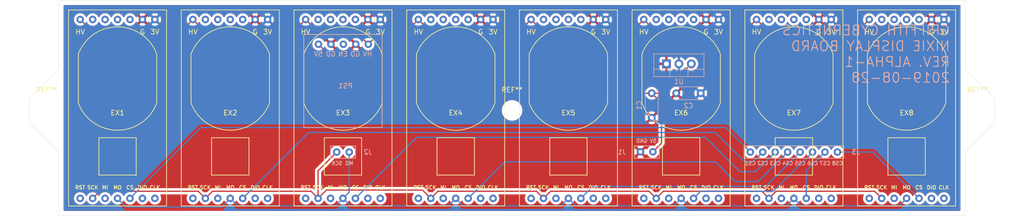
<source format=kicad_pcb>
(kicad_pcb (version 20171130) (host pcbnew "(5.1.2-1)-1")
  (layers (0 F.Cu signal) (31 B.Cu signal) (34 B.Paste user) (35 F.Paste user) (36 B.SilkS user) (37 F.SilkS user) (38 B.Mask user) (39 F.Mask user) (44 Edge.Cuts user))
  (net 0 "")
  (net 1 "Net-(C1-Pad1)")
  (net 2 "Net-(C1-Pad2)")
  (net 3 "Net-(C2-Pad2)")
  (net 4 "Net-(EX1-Pad5)")
  (net 5 "Net-(EX1-Pad2)")
  (net 6 "Net-(EX1-Pad10)")
  (net 7 "Net-(EX2-Pad5)")
  (net 8 "Net-(EX3-Pad5)")
  (net 9 "Net-(EX4-Pad5)")
  (net 10 "Net-(EX5-Pad5)")
  (net 11 "Net-(EX6-Pad5)")
  (net 12 "Net-(EX7-Pad5)")
  (net 13 "Net-(EX8-Pad5)")
  (net 14 "Net-(EX1-Pad4)")
  (module nixie_display_board:exixe-12-board (layer F.Cu) (at 64 106)
    (fp_text reference EX1 (at 0 0) (layer F.SilkS))
    (fp_text value EXIXE-12)
    (fp_line (start -10 -21) (end -10 19) (layer F.SilkS) (width 0.15))
    (fp_line (start 10 -21) (end -10 -21) (layer F.SilkS) (width 0.15))
    (fp_line (start 10 19) (end 10 -21) (layer F.SilkS) (width 0.15))
    (fp_line (start -10 19) (end 10 19) (layer F.SilkS) (width 0.15))
    (fp_line (start 7.999999 -2) (end 7.999999 -12) (layer F.SilkS) (width 0.15))
    (fp_line (start -7.999999 -2.000001) (end -7.999999 -11.999999) (layer F.SilkS) (width 0.15))
    (fp_arc (start 0 -9) (end -7.999999 -11.999999) (angle 138.8879096) (layer F.SilkS) (width 0.15))
    (fp_arc (start 0 -5) (end -7.999999 -2.000001) (angle -138.8879096) (layer F.SilkS) (width 0.15))
    (fp_line (start 3.81 12.7) (end -3.81 12.7) (layer F.SilkS) (width 0.15))
    (fp_line (start 3.81 5.08) (end 3.81 12.7) (layer F.SilkS) (width 0.15))
    (fp_line (start -3.81 5.08) (end 3.81 5.08) (layer F.SilkS) (width 0.15))
    (fp_line (start -3.81 12.7) (end -3.81 5.08) (layer F.SilkS) (width 0.15))
    (fp_text user CLK (at 7.62 15.24) (layer F.SilkS) (effects (font (size 0.75 0.75))))
    (fp_text user DIO (at 5.08 15.24) (layer F.SilkS) (effects (font (size 0.75 0.75))))
    (fp_text user CS (at 2.54 15.24) (layer F.SilkS) (effects (font (size 0.75 0.75))))
    (fp_text user MO (at 0 15.24) (layer F.SilkS) (effects (font (size 0.75 0.75))))
    (fp_text user MI (at -2.54 15.24) (layer F.SilkS) (effects (font (size 0.75 0.75))))
    (fp_text user SCK (at -5.08 15.24) (layer F.SilkS) (effects (font (size 0.75 0.75))))
    (fp_text user RST (at -7.62 15.24) (layer F.SilkS) (effects (font (size 0.75 0.75))))
    (fp_text user 3V (at 7.62 -16.51) (layer F.SilkS))
    (fp_text user G (at 5.08 -16.51) (layer F.SilkS))
    (fp_text user HV (at -7.62 -16.51) (layer F.SilkS))
    (pad 10 thru_hole circle (at -7.62 -19.05) (size 1.524 1.524) (drill 0.762) (layers *.Cu *.Mask) (net 6 "Net-(EX1-Pad10)"))
    (pad "" thru_hole circle (at -5.08 -19.05) (size 1.524 1.524) (drill 0.762) (layers *.Cu *.Mask))
    (pad "" thru_hole circle (at -2.54 -19.05) (size 1.524 1.524) (drill 0.762) (layers *.Cu *.Mask))
    (pad "" thru_hole circle (at 0 -19.05) (size 1.524 1.524) (drill 0.762) (layers *.Cu *.Mask))
    (pad "" thru_hole circle (at 2.54 -19.05) (size 1.524 1.524) (drill 0.762) (layers *.Cu *.Mask))
    (pad 9 thru_hole circle (at 5.08 -19.05) (size 1.524 1.524) (drill 0.762) (layers *.Cu *.Mask) (net 2 "Net-(C1-Pad2)"))
    (pad 8 thru_hole circle (at 7.62 -19.05) (size 1.524 1.524) (drill 0.762) (layers *.Cu *.Mask) (net 3 "Net-(C2-Pad2)"))
    (pad 1 thru_hole circle (at -7.62 17.45) (size 1.524 1.524) (drill 0.762) (layers *.Cu *.Mask))
    (pad 2 thru_hole circle (at -5.08 17.45) (size 1.524 1.524) (drill 0.762) (layers *.Cu *.Mask) (net 5 "Net-(EX1-Pad2)"))
    (pad 3 thru_hole circle (at -2.54 17.45) (size 1.524 1.524) (drill 0.762) (layers *.Cu *.Mask))
    (pad 4 thru_hole circle (at 0 17.45) (size 1.524 1.524) (drill 0.762) (layers *.Cu *.Mask) (net 14 "Net-(EX1-Pad4)"))
    (pad 5 thru_hole circle (at 2.54 17.45) (size 1.524 1.524) (drill 0.762) (layers *.Cu *.Mask) (net 4 "Net-(EX1-Pad5)"))
    (pad 6 thru_hole circle (at 5.08 17.45) (size 1.524 1.524) (drill 0.762) (layers *.Cu *.Mask))
    (pad 7 thru_hole circle (at 7.62 17.45) (size 1.524 1.524) (drill 0.762) (layers *.Cu *.Mask))
  )
  (module Mounting_Holes:MountingHole_3.2mm_M3 (layer F.Cu) (at 144.5 105.5)
    (fp_text reference REF** (at 0 -4.2) (layer F.SilkS))
    (fp_text value MountingHole_3.2mm_M3)
    (pad 1 np_thru_hole circle (at 0 0) (size 3.2 3.2) (drill 3.2) (layers *.Cu *.Mask))
  )
  (module Mounting_Holes:MountingHole_3.2mm_M3 (layer F.Cu) (at 49.5 105.5)
    (fp_text reference REF** (at 0 -4.2) (layer F.SilkS))
    (fp_text value MountingHole_3.2mm_M3)
    (pad 1 np_thru_hole circle (at 0 0) (size 3.2 3.2) (drill 3.2) (layers *.Cu *.Mask))
  )
  (module Mounting_Holes:MountingHole_3.2mm_M3 (layer F.Cu) (at 239.5 105.5)
    (fp_text reference REF** (at 0 -4.2) (layer F.SilkS))
    (fp_text value MountingHole_3.2mm_M3)
    (pad 1 np_thru_hole circle (at 0 0) (size 3.2 3.2) (drill 3.2) (layers *.Cu *.Mask))
  )
  (module nixie_display_board:sck-mosi-connector (layer B.Cu) (at 110 114)
    (fp_text reference J2 (at 5.08 0) (layer B.SilkS) (effects (justify mirror)))
    (fp_text value SCK-MOSI-CONNECTOR)
    (fp_text user MO (at 1.27 2.286) (layer B.SilkS) (effects (font (size 0.75 0.75)) (justify mirror)))
    (fp_text user SCK (at -1.27 2.286) (layer B.SilkS) (effects (font (size 0.75 0.75)) (justify mirror)))
    (fp_line (start -2.54 1.27) (end -2.54 -1.27) (layer B.SilkS) (width 0.15))
    (fp_line (start 2.54 1.27) (end -2.54 1.27) (layer B.SilkS) (width 0.15))
    (fp_line (start 2.54 -1.27) (end 2.54 1.27) (layer B.SilkS) (width 0.15))
    (fp_line (start -2.54 -1.27) (end 2.54 -1.27) (layer B.SilkS) (width 0.15))
    (pad 2 thru_hole circle (at 1.27 0) (size 1.524 1.524) (drill 0.762) (layers *.Cu *.Mask) (net 14 "Net-(EX1-Pad4)"))
    (pad 1 thru_hole circle (at -1.27 0) (size 1.524 1.524) (drill 0.762) (layers *.Cu *.Mask) (net 5 "Net-(EX1-Pad2)"))
  )
  (module Capacitors_THT:C_Disc_D6.0mm_W2.5mm_P5.00mm (layer B.Cu) (at 173 102 270)
    (fp_text reference C1 (at 2.5 2.56 90) (layer B.SilkS) (effects (justify mirror)))
    (fp_text value C)
    (fp_line (start -0.56 1.31) (end 5.56 1.31) (layer B.SilkS) (width 0.12))
    (fp_line (start -0.56 -1.31) (end 5.56 -1.31) (layer B.SilkS) (width 0.12))
    (fp_line (start -0.56 1.31) (end -0.56 0.996) (layer B.SilkS) (width 0.12))
    (fp_line (start -0.56 -0.996) (end -0.56 -1.31) (layer B.SilkS) (width 0.12))
    (fp_line (start 5.56 1.31) (end 5.56 0.996) (layer B.SilkS) (width 0.12))
    (fp_line (start 5.56 -0.996) (end 5.56 -1.31) (layer B.SilkS) (width 0.12))
    (pad 1 thru_hole circle (at 0 0 270) (size 1.6 1.6) (drill 0.8) (layers *.Cu *.Mask) (net 1 "Net-(C1-Pad1)"))
    (pad 2 thru_hole circle (at 5 0 270) (size 1.6 1.6) (drill 0.8) (layers *.Cu *.Mask) (net 2 "Net-(C1-Pad2)"))
  )
  (module Capacitors_THT:C_Disc_D6.0mm_W2.5mm_P5.00mm (layer B.Cu) (at 178 102)
    (fp_text reference C2 (at 2.5 2.56) (layer B.SilkS) (effects (justify mirror)))
    (fp_text value C)
    (fp_line (start -0.56 1.31) (end 5.56 1.31) (layer B.SilkS) (width 0.12))
    (fp_line (start -0.56 -1.31) (end 5.56 -1.31) (layer B.SilkS) (width 0.12))
    (fp_line (start -0.56 1.31) (end -0.56 0.996) (layer B.SilkS) (width 0.12))
    (fp_line (start -0.56 -0.996) (end -0.56 -1.31) (layer B.SilkS) (width 0.12))
    (fp_line (start 5.56 1.31) (end 5.56 0.996) (layer B.SilkS) (width 0.12))
    (fp_line (start 5.56 -0.996) (end 5.56 -1.31) (layer B.SilkS) (width 0.12))
    (pad 1 thru_hole circle (at 0 0) (size 1.6 1.6) (drill 0.8) (layers *.Cu *.Mask) (net 2 "Net-(C1-Pad2)"))
    (pad 2 thru_hole circle (at 5 0) (size 1.6 1.6) (drill 0.8) (layers *.Cu *.Mask) (net 3 "Net-(C2-Pad2)"))
  )
  (module nixie_display_board:exixe-12-board (layer F.Cu) (at 87 106)
    (fp_text reference EX2 (at 0 0) (layer F.SilkS))
    (fp_text value EXIXE-12)
    (fp_line (start -10 -21) (end -10 19) (layer F.SilkS) (width 0.15))
    (fp_line (start 10 -21) (end -10 -21) (layer F.SilkS) (width 0.15))
    (fp_line (start 10 19) (end 10 -21) (layer F.SilkS) (width 0.15))
    (fp_line (start -10 19) (end 10 19) (layer F.SilkS) (width 0.15))
    (fp_line (start 7.999999 -2) (end 7.999999 -12) (layer F.SilkS) (width 0.15))
    (fp_line (start -7.999999 -2.000001) (end -7.999999 -11.999999) (layer F.SilkS) (width 0.15))
    (fp_arc (start 0 -9) (end -7.999999 -11.999999) (angle 138.8879096) (layer F.SilkS) (width 0.15))
    (fp_arc (start 0 -5) (end -7.999999 -2.000001) (angle -138.8879096) (layer F.SilkS) (width 0.15))
    (fp_line (start 3.81 12.7) (end -3.81 12.7) (layer F.SilkS) (width 0.15))
    (fp_line (start 3.81 5.08) (end 3.81 12.7) (layer F.SilkS) (width 0.15))
    (fp_line (start -3.81 5.08) (end 3.81 5.08) (layer F.SilkS) (width 0.15))
    (fp_line (start -3.81 12.7) (end -3.81 5.08) (layer F.SilkS) (width 0.15))
    (fp_text user CLK (at 7.62 15.24) (layer F.SilkS) (effects (font (size 0.75 0.75))))
    (fp_text user DIO (at 5.08 15.24) (layer F.SilkS) (effects (font (size 0.75 0.75))))
    (fp_text user CS (at 2.54 15.24) (layer F.SilkS) (effects (font (size 0.75 0.75))))
    (fp_text user MO (at 0 15.24) (layer F.SilkS) (effects (font (size 0.75 0.75))))
    (fp_text user MI (at -2.54 15.24) (layer F.SilkS) (effects (font (size 0.75 0.75))))
    (fp_text user SCK (at -5.08 15.24) (layer F.SilkS) (effects (font (size 0.75 0.75))))
    (fp_text user RST (at -7.62 15.24) (layer F.SilkS) (effects (font (size 0.75 0.75))))
    (fp_text user 3V (at 7.62 -16.51) (layer F.SilkS))
    (fp_text user G (at 5.08 -16.51) (layer F.SilkS))
    (fp_text user HV (at -7.62 -16.51) (layer F.SilkS))
    (pad 10 thru_hole circle (at -7.62 -19.05) (size 1.524 1.524) (drill 0.762) (layers *.Cu *.Mask) (net 6 "Net-(EX1-Pad10)"))
    (pad "" thru_hole circle (at -5.08 -19.05) (size 1.524 1.524) (drill 0.762) (layers *.Cu *.Mask))
    (pad "" thru_hole circle (at -2.54 -19.05) (size 1.524 1.524) (drill 0.762) (layers *.Cu *.Mask))
    (pad "" thru_hole circle (at 0 -19.05) (size 1.524 1.524) (drill 0.762) (layers *.Cu *.Mask))
    (pad "" thru_hole circle (at 2.54 -19.05) (size 1.524 1.524) (drill 0.762) (layers *.Cu *.Mask))
    (pad 9 thru_hole circle (at 5.08 -19.05) (size 1.524 1.524) (drill 0.762) (layers *.Cu *.Mask) (net 2 "Net-(C1-Pad2)"))
    (pad 8 thru_hole circle (at 7.62 -19.05) (size 1.524 1.524) (drill 0.762) (layers *.Cu *.Mask) (net 3 "Net-(C2-Pad2)"))
    (pad 1 thru_hole circle (at -7.62 17.45) (size 1.524 1.524) (drill 0.762) (layers *.Cu *.Mask))
    (pad 2 thru_hole circle (at -5.08 17.45) (size 1.524 1.524) (drill 0.762) (layers *.Cu *.Mask) (net 5 "Net-(EX1-Pad2)"))
    (pad 3 thru_hole circle (at -2.54 17.45) (size 1.524 1.524) (drill 0.762) (layers *.Cu *.Mask))
    (pad 4 thru_hole circle (at 0 17.45) (size 1.524 1.524) (drill 0.762) (layers *.Cu *.Mask) (net 14 "Net-(EX1-Pad4)"))
    (pad 5 thru_hole circle (at 2.54 17.45) (size 1.524 1.524) (drill 0.762) (layers *.Cu *.Mask) (net 7 "Net-(EX2-Pad5)"))
    (pad 6 thru_hole circle (at 5.08 17.45) (size 1.524 1.524) (drill 0.762) (layers *.Cu *.Mask))
    (pad 7 thru_hole circle (at 7.62 17.45) (size 1.524 1.524) (drill 0.762) (layers *.Cu *.Mask))
  )
  (module nixie_display_board:exixe-12-board (layer F.Cu) (at 110 106)
    (fp_text reference EX3 (at 0 0) (layer F.SilkS))
    (fp_text value EXIXE-12)
    (fp_line (start -10 -21) (end -10 19) (layer F.SilkS) (width 0.15))
    (fp_line (start 10 -21) (end -10 -21) (layer F.SilkS) (width 0.15))
    (fp_line (start 10 19) (end 10 -21) (layer F.SilkS) (width 0.15))
    (fp_line (start -10 19) (end 10 19) (layer F.SilkS) (width 0.15))
    (fp_line (start 7.999999 -2) (end 7.999999 -12) (layer F.SilkS) (width 0.15))
    (fp_line (start -7.999999 -2.000001) (end -7.999999 -11.999999) (layer F.SilkS) (width 0.15))
    (fp_arc (start 0 -9) (end -7.999999 -11.999999) (angle 138.8879096) (layer F.SilkS) (width 0.15))
    (fp_arc (start 0 -5) (end -7.999999 -2.000001) (angle -138.8879096) (layer F.SilkS) (width 0.15))
    (fp_line (start 3.81 12.7) (end -3.81 12.7) (layer F.SilkS) (width 0.15))
    (fp_line (start 3.81 5.08) (end 3.81 12.7) (layer F.SilkS) (width 0.15))
    (fp_line (start -3.81 5.08) (end 3.81 5.08) (layer F.SilkS) (width 0.15))
    (fp_line (start -3.81 12.7) (end -3.81 5.08) (layer F.SilkS) (width 0.15))
    (fp_text user CLK (at 7.62 15.24) (layer F.SilkS) (effects (font (size 0.75 0.75))))
    (fp_text user DIO (at 5.08 15.24) (layer F.SilkS) (effects (font (size 0.75 0.75))))
    (fp_text user CS (at 2.54 15.24) (layer F.SilkS) (effects (font (size 0.75 0.75))))
    (fp_text user MO (at 0 15.24) (layer F.SilkS) (effects (font (size 0.75 0.75))))
    (fp_text user MI (at -2.54 15.24) (layer F.SilkS) (effects (font (size 0.75 0.75))))
    (fp_text user SCK (at -5.08 15.24) (layer F.SilkS) (effects (font (size 0.75 0.75))))
    (fp_text user RST (at -7.62 15.24) (layer F.SilkS) (effects (font (size 0.75 0.75))))
    (fp_text user 3V (at 7.62 -16.51) (layer F.SilkS))
    (fp_text user G (at 5.08 -16.51) (layer F.SilkS))
    (fp_text user HV (at -7.62 -16.51) (layer F.SilkS))
    (pad 10 thru_hole circle (at -7.62 -19.05) (size 1.524 1.524) (drill 0.762) (layers *.Cu *.Mask) (net 6 "Net-(EX1-Pad10)"))
    (pad "" thru_hole circle (at -5.08 -19.05) (size 1.524 1.524) (drill 0.762) (layers *.Cu *.Mask))
    (pad "" thru_hole circle (at -2.54 -19.05) (size 1.524 1.524) (drill 0.762) (layers *.Cu *.Mask))
    (pad "" thru_hole circle (at 0 -19.05) (size 1.524 1.524) (drill 0.762) (layers *.Cu *.Mask))
    (pad "" thru_hole circle (at 2.54 -19.05) (size 1.524 1.524) (drill 0.762) (layers *.Cu *.Mask))
    (pad 9 thru_hole circle (at 5.08 -19.05) (size 1.524 1.524) (drill 0.762) (layers *.Cu *.Mask) (net 2 "Net-(C1-Pad2)"))
    (pad 8 thru_hole circle (at 7.62 -19.05) (size 1.524 1.524) (drill 0.762) (layers *.Cu *.Mask) (net 3 "Net-(C2-Pad2)"))
    (pad 1 thru_hole circle (at -7.62 17.45) (size 1.524 1.524) (drill 0.762) (layers *.Cu *.Mask))
    (pad 2 thru_hole circle (at -5.08 17.45) (size 1.524 1.524) (drill 0.762) (layers *.Cu *.Mask) (net 5 "Net-(EX1-Pad2)"))
    (pad 3 thru_hole circle (at -2.54 17.45) (size 1.524 1.524) (drill 0.762) (layers *.Cu *.Mask))
    (pad 4 thru_hole circle (at 0 17.45) (size 1.524 1.524) (drill 0.762) (layers *.Cu *.Mask) (net 14 "Net-(EX1-Pad4)"))
    (pad 5 thru_hole circle (at 2.54 17.45) (size 1.524 1.524) (drill 0.762) (layers *.Cu *.Mask) (net 8 "Net-(EX3-Pad5)"))
    (pad 6 thru_hole circle (at 5.08 17.45) (size 1.524 1.524) (drill 0.762) (layers *.Cu *.Mask))
    (pad 7 thru_hole circle (at 7.62 17.45) (size 1.524 1.524) (drill 0.762) (layers *.Cu *.Mask))
  )
  (module nixie_display_board:exixe-12-board (layer F.Cu) (at 133 106)
    (fp_text reference EX4 (at 0 0) (layer F.SilkS))
    (fp_text value EXIXE-12)
    (fp_line (start -10 -21) (end -10 19) (layer F.SilkS) (width 0.15))
    (fp_line (start 10 -21) (end -10 -21) (layer F.SilkS) (width 0.15))
    (fp_line (start 10 19) (end 10 -21) (layer F.SilkS) (width 0.15))
    (fp_line (start -10 19) (end 10 19) (layer F.SilkS) (width 0.15))
    (fp_line (start 7.999999 -2) (end 7.999999 -12) (layer F.SilkS) (width 0.15))
    (fp_line (start -7.999999 -2.000001) (end -7.999999 -11.999999) (layer F.SilkS) (width 0.15))
    (fp_arc (start 0 -9) (end -7.999999 -11.999999) (angle 138.8879096) (layer F.SilkS) (width 0.15))
    (fp_arc (start 0 -5) (end -7.999999 -2.000001) (angle -138.8879096) (layer F.SilkS) (width 0.15))
    (fp_line (start 3.81 12.7) (end -3.81 12.7) (layer F.SilkS) (width 0.15))
    (fp_line (start 3.81 5.08) (end 3.81 12.7) (layer F.SilkS) (width 0.15))
    (fp_line (start -3.81 5.08) (end 3.81 5.08) (layer F.SilkS) (width 0.15))
    (fp_line (start -3.81 12.7) (end -3.81 5.08) (layer F.SilkS) (width 0.15))
    (fp_text user CLK (at 7.62 15.24) (layer F.SilkS) (effects (font (size 0.75 0.75))))
    (fp_text user DIO (at 5.08 15.24) (layer F.SilkS) (effects (font (size 0.75 0.75))))
    (fp_text user CS (at 2.54 15.24) (layer F.SilkS) (effects (font (size 0.75 0.75))))
    (fp_text user MO (at 0 15.24) (layer F.SilkS) (effects (font (size 0.75 0.75))))
    (fp_text user MI (at -2.54 15.24) (layer F.SilkS) (effects (font (size 0.75 0.75))))
    (fp_text user SCK (at -5.08 15.24) (layer F.SilkS) (effects (font (size 0.75 0.75))))
    (fp_text user RST (at -7.62 15.24) (layer F.SilkS) (effects (font (size 0.75 0.75))))
    (fp_text user 3V (at 7.62 -16.51) (layer F.SilkS))
    (fp_text user G (at 5.08 -16.51) (layer F.SilkS))
    (fp_text user HV (at -7.62 -16.51) (layer F.SilkS))
    (pad 10 thru_hole circle (at -7.62 -19.05) (size 1.524 1.524) (drill 0.762) (layers *.Cu *.Mask) (net 6 "Net-(EX1-Pad10)"))
    (pad "" thru_hole circle (at -5.08 -19.05) (size 1.524 1.524) (drill 0.762) (layers *.Cu *.Mask))
    (pad "" thru_hole circle (at -2.54 -19.05) (size 1.524 1.524) (drill 0.762) (layers *.Cu *.Mask))
    (pad "" thru_hole circle (at 0 -19.05) (size 1.524 1.524) (drill 0.762) (layers *.Cu *.Mask))
    (pad "" thru_hole circle (at 2.54 -19.05) (size 1.524 1.524) (drill 0.762) (layers *.Cu *.Mask))
    (pad 9 thru_hole circle (at 5.08 -19.05) (size 1.524 1.524) (drill 0.762) (layers *.Cu *.Mask) (net 2 "Net-(C1-Pad2)"))
    (pad 8 thru_hole circle (at 7.62 -19.05) (size 1.524 1.524) (drill 0.762) (layers *.Cu *.Mask) (net 3 "Net-(C2-Pad2)"))
    (pad 1 thru_hole circle (at -7.62 17.45) (size 1.524 1.524) (drill 0.762) (layers *.Cu *.Mask))
    (pad 2 thru_hole circle (at -5.08 17.45) (size 1.524 1.524) (drill 0.762) (layers *.Cu *.Mask) (net 5 "Net-(EX1-Pad2)"))
    (pad 3 thru_hole circle (at -2.54 17.45) (size 1.524 1.524) (drill 0.762) (layers *.Cu *.Mask))
    (pad 4 thru_hole circle (at 0 17.45) (size 1.524 1.524) (drill 0.762) (layers *.Cu *.Mask) (net 14 "Net-(EX1-Pad4)"))
    (pad 5 thru_hole circle (at 2.54 17.45) (size 1.524 1.524) (drill 0.762) (layers *.Cu *.Mask) (net 9 "Net-(EX4-Pad5)"))
    (pad 6 thru_hole circle (at 5.08 17.45) (size 1.524 1.524) (drill 0.762) (layers *.Cu *.Mask))
    (pad 7 thru_hole circle (at 7.62 17.45) (size 1.524 1.524) (drill 0.762) (layers *.Cu *.Mask))
  )
  (module nixie_display_board:exixe-12-board (layer F.Cu) (at 156 106)
    (fp_text reference EX5 (at 0 0) (layer F.SilkS))
    (fp_text value EXIXE-12)
    (fp_line (start -10 -21) (end -10 19) (layer F.SilkS) (width 0.15))
    (fp_line (start 10 -21) (end -10 -21) (layer F.SilkS) (width 0.15))
    (fp_line (start 10 19) (end 10 -21) (layer F.SilkS) (width 0.15))
    (fp_line (start -10 19) (end 10 19) (layer F.SilkS) (width 0.15))
    (fp_line (start 7.999999 -2) (end 7.999999 -12) (layer F.SilkS) (width 0.15))
    (fp_line (start -7.999999 -2.000001) (end -7.999999 -11.999999) (layer F.SilkS) (width 0.15))
    (fp_arc (start 0 -9) (end -7.999999 -11.999999) (angle 138.8879096) (layer F.SilkS) (width 0.15))
    (fp_arc (start 0 -5) (end -7.999999 -2.000001) (angle -138.8879096) (layer F.SilkS) (width 0.15))
    (fp_line (start 3.81 12.7) (end -3.81 12.7) (layer F.SilkS) (width 0.15))
    (fp_line (start 3.81 5.08) (end 3.81 12.7) (layer F.SilkS) (width 0.15))
    (fp_line (start -3.81 5.08) (end 3.81 5.08) (layer F.SilkS) (width 0.15))
    (fp_line (start -3.81 12.7) (end -3.81 5.08) (layer F.SilkS) (width 0.15))
    (fp_text user CLK (at 7.62 15.24) (layer F.SilkS) (effects (font (size 0.75 0.75))))
    (fp_text user DIO (at 5.08 15.24) (layer F.SilkS) (effects (font (size 0.75 0.75))))
    (fp_text user CS (at 2.54 15.24) (layer F.SilkS) (effects (font (size 0.75 0.75))))
    (fp_text user MO (at 0 15.24) (layer F.SilkS) (effects (font (size 0.75 0.75))))
    (fp_text user MI (at -2.54 15.24) (layer F.SilkS) (effects (font (size 0.75 0.75))))
    (fp_text user SCK (at -5.08 15.24) (layer F.SilkS) (effects (font (size 0.75 0.75))))
    (fp_text user RST (at -7.62 15.24) (layer F.SilkS) (effects (font (size 0.75 0.75))))
    (fp_text user 3V (at 7.62 -16.51) (layer F.SilkS))
    (fp_text user G (at 5.08 -16.51) (layer F.SilkS))
    (fp_text user HV (at -7.62 -16.51) (layer F.SilkS))
    (pad 10 thru_hole circle (at -7.62 -19.05) (size 1.524 1.524) (drill 0.762) (layers *.Cu *.Mask) (net 6 "Net-(EX1-Pad10)"))
    (pad "" thru_hole circle (at -5.08 -19.05) (size 1.524 1.524) (drill 0.762) (layers *.Cu *.Mask))
    (pad "" thru_hole circle (at -2.54 -19.05) (size 1.524 1.524) (drill 0.762) (layers *.Cu *.Mask))
    (pad "" thru_hole circle (at 0 -19.05) (size 1.524 1.524) (drill 0.762) (layers *.Cu *.Mask))
    (pad "" thru_hole circle (at 2.54 -19.05) (size 1.524 1.524) (drill 0.762) (layers *.Cu *.Mask))
    (pad 9 thru_hole circle (at 5.08 -19.05) (size 1.524 1.524) (drill 0.762) (layers *.Cu *.Mask) (net 2 "Net-(C1-Pad2)"))
    (pad 8 thru_hole circle (at 7.62 -19.05) (size 1.524 1.524) (drill 0.762) (layers *.Cu *.Mask) (net 3 "Net-(C2-Pad2)"))
    (pad 1 thru_hole circle (at -7.62 17.45) (size 1.524 1.524) (drill 0.762) (layers *.Cu *.Mask))
    (pad 2 thru_hole circle (at -5.08 17.45) (size 1.524 1.524) (drill 0.762) (layers *.Cu *.Mask) (net 5 "Net-(EX1-Pad2)"))
    (pad 3 thru_hole circle (at -2.54 17.45) (size 1.524 1.524) (drill 0.762) (layers *.Cu *.Mask))
    (pad 4 thru_hole circle (at 0 17.45) (size 1.524 1.524) (drill 0.762) (layers *.Cu *.Mask) (net 14 "Net-(EX1-Pad4)"))
    (pad 5 thru_hole circle (at 2.54 17.45) (size 1.524 1.524) (drill 0.762) (layers *.Cu *.Mask) (net 10 "Net-(EX5-Pad5)"))
    (pad 6 thru_hole circle (at 5.08 17.45) (size 1.524 1.524) (drill 0.762) (layers *.Cu *.Mask))
    (pad 7 thru_hole circle (at 7.62 17.45) (size 1.524 1.524) (drill 0.762) (layers *.Cu *.Mask))
  )
  (module nixie_display_board:exixe-12-board (layer F.Cu) (at 179 106)
    (fp_text reference EX6 (at 0 0) (layer F.SilkS))
    (fp_text value EXIXE-12)
    (fp_line (start -10 -21) (end -10 19) (layer F.SilkS) (width 0.15))
    (fp_line (start 10 -21) (end -10 -21) (layer F.SilkS) (width 0.15))
    (fp_line (start 10 19) (end 10 -21) (layer F.SilkS) (width 0.15))
    (fp_line (start -10 19) (end 10 19) (layer F.SilkS) (width 0.15))
    (fp_line (start 7.999999 -2) (end 7.999999 -12) (layer F.SilkS) (width 0.15))
    (fp_line (start -7.999999 -2.000001) (end -7.999999 -11.999999) (layer F.SilkS) (width 0.15))
    (fp_arc (start 0 -9) (end -7.999999 -11.999999) (angle 138.8879096) (layer F.SilkS) (width 0.15))
    (fp_arc (start 0 -5) (end -7.999999 -2.000001) (angle -138.8879096) (layer F.SilkS) (width 0.15))
    (fp_line (start 3.81 12.7) (end -3.81 12.7) (layer F.SilkS) (width 0.15))
    (fp_line (start 3.81 5.08) (end 3.81 12.7) (layer F.SilkS) (width 0.15))
    (fp_line (start -3.81 5.08) (end 3.81 5.08) (layer F.SilkS) (width 0.15))
    (fp_line (start -3.81 12.7) (end -3.81 5.08) (layer F.SilkS) (width 0.15))
    (fp_text user CLK (at 7.62 15.24) (layer F.SilkS) (effects (font (size 0.75 0.75))))
    (fp_text user DIO (at 5.08 15.24) (layer F.SilkS) (effects (font (size 0.75 0.75))))
    (fp_text user CS (at 2.54 15.24) (layer F.SilkS) (effects (font (size 0.75 0.75))))
    (fp_text user MO (at 0 15.24) (layer F.SilkS) (effects (font (size 0.75 0.75))))
    (fp_text user MI (at -2.54 15.24) (layer F.SilkS) (effects (font (size 0.75 0.75))))
    (fp_text user SCK (at -5.08 15.24) (layer F.SilkS) (effects (font (size 0.75 0.75))))
    (fp_text user RST (at -7.62 15.24) (layer F.SilkS) (effects (font (size 0.75 0.75))))
    (fp_text user 3V (at 7.62 -16.51) (layer F.SilkS))
    (fp_text user G (at 5.08 -16.51) (layer F.SilkS))
    (fp_text user HV (at -7.62 -16.51) (layer F.SilkS))
    (pad 10 thru_hole circle (at -7.62 -19.05) (size 1.524 1.524) (drill 0.762) (layers *.Cu *.Mask) (net 6 "Net-(EX1-Pad10)"))
    (pad "" thru_hole circle (at -5.08 -19.05) (size 1.524 1.524) (drill 0.762) (layers *.Cu *.Mask))
    (pad "" thru_hole circle (at -2.54 -19.05) (size 1.524 1.524) (drill 0.762) (layers *.Cu *.Mask))
    (pad "" thru_hole circle (at 0 -19.05) (size 1.524 1.524) (drill 0.762) (layers *.Cu *.Mask))
    (pad "" thru_hole circle (at 2.54 -19.05) (size 1.524 1.524) (drill 0.762) (layers *.Cu *.Mask))
    (pad 9 thru_hole circle (at 5.08 -19.05) (size 1.524 1.524) (drill 0.762) (layers *.Cu *.Mask) (net 2 "Net-(C1-Pad2)"))
    (pad 8 thru_hole circle (at 7.62 -19.05) (size 1.524 1.524) (drill 0.762) (layers *.Cu *.Mask) (net 3 "Net-(C2-Pad2)"))
    (pad 1 thru_hole circle (at -7.62 17.45) (size 1.524 1.524) (drill 0.762) (layers *.Cu *.Mask))
    (pad 2 thru_hole circle (at -5.08 17.45) (size 1.524 1.524) (drill 0.762) (layers *.Cu *.Mask) (net 5 "Net-(EX1-Pad2)"))
    (pad 3 thru_hole circle (at -2.54 17.45) (size 1.524 1.524) (drill 0.762) (layers *.Cu *.Mask))
    (pad 4 thru_hole circle (at 0 17.45) (size 1.524 1.524) (drill 0.762) (layers *.Cu *.Mask) (net 14 "Net-(EX1-Pad4)"))
    (pad 5 thru_hole circle (at 2.54 17.45) (size 1.524 1.524) (drill 0.762) (layers *.Cu *.Mask) (net 11 "Net-(EX6-Pad5)"))
    (pad 6 thru_hole circle (at 5.08 17.45) (size 1.524 1.524) (drill 0.762) (layers *.Cu *.Mask))
    (pad 7 thru_hole circle (at 7.62 17.45) (size 1.524 1.524) (drill 0.762) (layers *.Cu *.Mask))
  )
  (module nixie_display_board:exixe-12-board (layer F.Cu) (at 202 106)
    (fp_text reference EX7 (at 0 0) (layer F.SilkS))
    (fp_text value EXIXE-12)
    (fp_line (start -10 -21) (end -10 19) (layer F.SilkS) (width 0.15))
    (fp_line (start 10 -21) (end -10 -21) (layer F.SilkS) (width 0.15))
    (fp_line (start 10 19) (end 10 -21) (layer F.SilkS) (width 0.15))
    (fp_line (start -10 19) (end 10 19) (layer F.SilkS) (width 0.15))
    (fp_line (start 7.999999 -2) (end 7.999999 -12) (layer F.SilkS) (width 0.15))
    (fp_line (start -7.999999 -2.000001) (end -7.999999 -11.999999) (layer F.SilkS) (width 0.15))
    (fp_arc (start 0 -9) (end -7.999999 -11.999999) (angle 138.8879096) (layer F.SilkS) (width 0.15))
    (fp_arc (start 0 -5) (end -7.999999 -2.000001) (angle -138.8879096) (layer F.SilkS) (width 0.15))
    (fp_line (start 3.81 12.7) (end -3.81 12.7) (layer F.SilkS) (width 0.15))
    (fp_line (start 3.81 5.08) (end 3.81 12.7) (layer F.SilkS) (width 0.15))
    (fp_line (start -3.81 5.08) (end 3.81 5.08) (layer F.SilkS) (width 0.15))
    (fp_line (start -3.81 12.7) (end -3.81 5.08) (layer F.SilkS) (width 0.15))
    (fp_text user CLK (at 7.62 15.24) (layer F.SilkS) (effects (font (size 0.75 0.75))))
    (fp_text user DIO (at 5.08 15.24) (layer F.SilkS) (effects (font (size 0.75 0.75))))
    (fp_text user CS (at 2.54 15.24) (layer F.SilkS) (effects (font (size 0.75 0.75))))
    (fp_text user MO (at 0 15.24) (layer F.SilkS) (effects (font (size 0.75 0.75))))
    (fp_text user MI (at -2.54 15.24) (layer F.SilkS) (effects (font (size 0.75 0.75))))
    (fp_text user SCK (at -5.08 15.24) (layer F.SilkS) (effects (font (size 0.75 0.75))))
    (fp_text user RST (at -7.62 15.24) (layer F.SilkS) (effects (font (size 0.75 0.75))))
    (fp_text user 3V (at 7.62 -16.51) (layer F.SilkS))
    (fp_text user G (at 5.08 -16.51) (layer F.SilkS))
    (fp_text user HV (at -7.62 -16.51) (layer F.SilkS))
    (pad 10 thru_hole circle (at -7.62 -19.05) (size 1.524 1.524) (drill 0.762) (layers *.Cu *.Mask) (net 6 "Net-(EX1-Pad10)"))
    (pad "" thru_hole circle (at -5.08 -19.05) (size 1.524 1.524) (drill 0.762) (layers *.Cu *.Mask))
    (pad "" thru_hole circle (at -2.54 -19.05) (size 1.524 1.524) (drill 0.762) (layers *.Cu *.Mask))
    (pad "" thru_hole circle (at 0 -19.05) (size 1.524 1.524) (drill 0.762) (layers *.Cu *.Mask))
    (pad "" thru_hole circle (at 2.54 -19.05) (size 1.524 1.524) (drill 0.762) (layers *.Cu *.Mask))
    (pad 9 thru_hole circle (at 5.08 -19.05) (size 1.524 1.524) (drill 0.762) (layers *.Cu *.Mask) (net 2 "Net-(C1-Pad2)"))
    (pad 8 thru_hole circle (at 7.62 -19.05) (size 1.524 1.524) (drill 0.762) (layers *.Cu *.Mask) (net 3 "Net-(C2-Pad2)"))
    (pad 1 thru_hole circle (at -7.62 17.45) (size 1.524 1.524) (drill 0.762) (layers *.Cu *.Mask))
    (pad 2 thru_hole circle (at -5.08 17.45) (size 1.524 1.524) (drill 0.762) (layers *.Cu *.Mask) (net 5 "Net-(EX1-Pad2)"))
    (pad 3 thru_hole circle (at -2.54 17.45) (size 1.524 1.524) (drill 0.762) (layers *.Cu *.Mask))
    (pad 4 thru_hole circle (at 0 17.45) (size 1.524 1.524) (drill 0.762) (layers *.Cu *.Mask) (net 14 "Net-(EX1-Pad4)"))
    (pad 5 thru_hole circle (at 2.54 17.45) (size 1.524 1.524) (drill 0.762) (layers *.Cu *.Mask) (net 12 "Net-(EX7-Pad5)"))
    (pad 6 thru_hole circle (at 5.08 17.45) (size 1.524 1.524) (drill 0.762) (layers *.Cu *.Mask))
    (pad 7 thru_hole circle (at 7.62 17.45) (size 1.524 1.524) (drill 0.762) (layers *.Cu *.Mask))
  )
  (module nixie_display_board:exixe-12-board (layer F.Cu) (at 225 106)
    (fp_text reference EX8 (at 0 0) (layer F.SilkS))
    (fp_text value EXIXE-12)
    (fp_line (start -10 -21) (end -10 19) (layer F.SilkS) (width 0.15))
    (fp_line (start 10 -21) (end -10 -21) (layer F.SilkS) (width 0.15))
    (fp_line (start 10 19) (end 10 -21) (layer F.SilkS) (width 0.15))
    (fp_line (start -10 19) (end 10 19) (layer F.SilkS) (width 0.15))
    (fp_line (start 7.999999 -2) (end 7.999999 -12) (layer F.SilkS) (width 0.15))
    (fp_line (start -7.999999 -2.000001) (end -7.999999 -11.999999) (layer F.SilkS) (width 0.15))
    (fp_arc (start 0 -9) (end -7.999999 -11.999999) (angle 138.8879096) (layer F.SilkS) (width 0.15))
    (fp_arc (start 0 -5) (end -7.999999 -2.000001) (angle -138.8879096) (layer F.SilkS) (width 0.15))
    (fp_line (start 3.81 12.7) (end -3.81 12.7) (layer F.SilkS) (width 0.15))
    (fp_line (start 3.81 5.08) (end 3.81 12.7) (layer F.SilkS) (width 0.15))
    (fp_line (start -3.81 5.08) (end 3.81 5.08) (layer F.SilkS) (width 0.15))
    (fp_line (start -3.81 12.7) (end -3.81 5.08) (layer F.SilkS) (width 0.15))
    (fp_text user CLK (at 7.62 15.24) (layer F.SilkS) (effects (font (size 0.75 0.75))))
    (fp_text user DIO (at 5.08 15.24) (layer F.SilkS) (effects (font (size 0.75 0.75))))
    (fp_text user CS (at 2.54 15.24) (layer F.SilkS) (effects (font (size 0.75 0.75))))
    (fp_text user MO (at 0 15.24) (layer F.SilkS) (effects (font (size 0.75 0.75))))
    (fp_text user MI (at -2.54 15.24) (layer F.SilkS) (effects (font (size 0.75 0.75))))
    (fp_text user SCK (at -5.08 15.24) (layer F.SilkS) (effects (font (size 0.75 0.75))))
    (fp_text user RST (at -7.62 15.24) (layer F.SilkS) (effects (font (size 0.75 0.75))))
    (fp_text user 3V (at 7.62 -16.51) (layer F.SilkS))
    (fp_text user G (at 5.08 -16.51) (layer F.SilkS))
    (fp_text user HV (at -7.62 -16.51) (layer F.SilkS))
    (pad 10 thru_hole circle (at -7.62 -19.05) (size 1.524 1.524) (drill 0.762) (layers *.Cu *.Mask) (net 6 "Net-(EX1-Pad10)"))
    (pad "" thru_hole circle (at -5.08 -19.05) (size 1.524 1.524) (drill 0.762) (layers *.Cu *.Mask))
    (pad "" thru_hole circle (at -2.54 -19.05) (size 1.524 1.524) (drill 0.762) (layers *.Cu *.Mask))
    (pad "" thru_hole circle (at 0 -19.05) (size 1.524 1.524) (drill 0.762) (layers *.Cu *.Mask))
    (pad "" thru_hole circle (at 2.54 -19.05) (size 1.524 1.524) (drill 0.762) (layers *.Cu *.Mask))
    (pad 9 thru_hole circle (at 5.08 -19.05) (size 1.524 1.524) (drill 0.762) (layers *.Cu *.Mask) (net 2 "Net-(C1-Pad2)"))
    (pad 8 thru_hole circle (at 7.62 -19.05) (size 1.524 1.524) (drill 0.762) (layers *.Cu *.Mask) (net 3 "Net-(C2-Pad2)"))
    (pad 1 thru_hole circle (at -7.62 17.45) (size 1.524 1.524) (drill 0.762) (layers *.Cu *.Mask))
    (pad 2 thru_hole circle (at -5.08 17.45) (size 1.524 1.524) (drill 0.762) (layers *.Cu *.Mask) (net 5 "Net-(EX1-Pad2)"))
    (pad 3 thru_hole circle (at -2.54 17.45) (size 1.524 1.524) (drill 0.762) (layers *.Cu *.Mask))
    (pad 4 thru_hole circle (at 0 17.45) (size 1.524 1.524) (drill 0.762) (layers *.Cu *.Mask) (net 14 "Net-(EX1-Pad4)"))
    (pad 5 thru_hole circle (at 2.54 17.45) (size 1.524 1.524) (drill 0.762) (layers *.Cu *.Mask) (net 13 "Net-(EX8-Pad5)"))
    (pad 6 thru_hole circle (at 5.08 17.45) (size 1.524 1.524) (drill 0.762) (layers *.Cu *.Mask))
    (pad 7 thru_hole circle (at 7.62 17.45) (size 1.524 1.524) (drill 0.762) (layers *.Cu *.Mask))
  )
  (module nixie_display_board:power-connector (layer B.Cu) (at 172 114 180)
    (fp_text reference J1 (at 5.08 0) (layer B.SilkS) (effects (justify mirror)))
    (fp_text value POWER-CONNECTOR)
    (fp_line (start 2.54 1.27) (end 2.54 -1.27) (layer B.SilkS) (width 0.15))
    (fp_line (start -2.54 1.27) (end 2.54 1.27) (layer B.SilkS) (width 0.15))
    (fp_line (start -2.54 -1.27) (end -2.54 1.27) (layer B.SilkS) (width 0.15))
    (fp_line (start -2.54 -1.27) (end 2.54 -1.27) (layer B.SilkS) (width 0.15))
    (fp_text user GND (at 1.016 2.286) (layer B.SilkS) (effects (font (size 0.75 0.75)) (justify mirror)))
    (fp_text user 5V (at -1.27 2.286) (layer B.SilkS) (effects (font (size 0.75 0.75)) (justify mirror)))
    (pad 2 thru_hole circle (at 1.302 0.048 180) (size 1.524 1.524) (drill 0.762) (layers *.Cu *.Mask) (net 2 "Net-(C1-Pad2)"))
    (pad 1 thru_hole circle (at -1.238 0.048 180) (size 1.524 1.524) (drill 0.762) (layers *.Cu *.Mask) (net 1 "Net-(C1-Pad1)"))
  )
  (module nixie_display_board:cs-connector (layer B.Cu) (at 202 114)
    (fp_text reference J3 (at 12.7 0) (layer B.SilkS) (effects (justify mirror)))
    (fp_text value CS-CONNECTOR)
    (fp_text user CS8 (at 8.89 2.286) (layer B.SilkS) (effects (font (size 0.75 0.75)) (justify mirror)))
    (fp_text user CS7 (at 6.35 2.286) (layer B.SilkS) (effects (font (size 0.75 0.75)) (justify mirror)))
    (fp_text user CS6 (at 3.81 2.286) (layer B.SilkS) (effects (font (size 0.75 0.75)) (justify mirror)))
    (fp_text user CS5 (at 1.27 2.286) (layer B.SilkS) (effects (font (size 0.75 0.75)) (justify mirror)))
    (fp_text user CS4 (at -1.27 2.286) (layer B.SilkS) (effects (font (size 0.75 0.75)) (justify mirror)))
    (fp_text user CS3 (at -3.81 2.286) (layer B.SilkS) (effects (font (size 0.75 0.75)) (justify mirror)))
    (fp_text user CS2 (at -6.35 2.286) (layer B.SilkS) (effects (font (size 0.75 0.75)) (justify mirror)))
    (fp_text user CS1 (at -8.89 2.286) (layer B.SilkS) (effects (font (size 0.75 0.75)) (justify mirror)))
    (fp_line (start 10.16 -1.27) (end -10.16 -1.27) (layer B.SilkS) (width 0.15))
    (fp_line (start 10.16 1.27) (end 10.16 -1.27) (layer B.SilkS) (width 0.15))
    (fp_line (start -10.16 1.27) (end 10.16 1.27) (layer B.SilkS) (width 0.15))
    (fp_line (start -10.16 -1.27) (end -10.16 1.27) (layer B.SilkS) (width 0.15))
    (pad 8 thru_hole circle (at 8.89 0) (size 1.524 1.524) (drill 0.762) (layers *.Cu *.Mask) (net 13 "Net-(EX8-Pad5)"))
    (pad 7 thru_hole circle (at 6.35 0) (size 1.524 1.524) (drill 0.762) (layers *.Cu *.Mask) (net 12 "Net-(EX7-Pad5)"))
    (pad 6 thru_hole circle (at 3.81 0) (size 1.524 1.524) (drill 0.762) (layers *.Cu *.Mask) (net 11 "Net-(EX6-Pad5)"))
    (pad 5 thru_hole circle (at 1.27 0) (size 1.524 1.524) (drill 0.762) (layers *.Cu *.Mask) (net 10 "Net-(EX5-Pad5)"))
    (pad 4 thru_hole circle (at -1.27 0) (size 1.524 1.524) (drill 0.762) (layers *.Cu *.Mask) (net 9 "Net-(EX4-Pad5)"))
    (pad 3 thru_hole circle (at -3.81 0) (size 1.524 1.524) (drill 0.762) (layers *.Cu *.Mask) (net 8 "Net-(EX3-Pad5)"))
    (pad 2 thru_hole circle (at -6.35 0) (size 1.524 1.524) (drill 0.762) (layers *.Cu *.Mask) (net 7 "Net-(EX2-Pad5)"))
    (pad 1 thru_hole circle (at -8.89 0) (size 1.524 1.524) (drill 0.762) (layers *.Cu *.Mask) (net 4 "Net-(EX1-Pad5)"))
  )
  (module nixie_display_board:hv-power-supply (layer B.Cu) (at 110 99)
    (fp_text reference PS1 (at 0.5 1.5) (layer B.SilkS) (effects (justify mirror)))
    (fp_text value HV-POWER-SUPPLY)
    (fp_text user HV (at 5 -5) (layer B.SilkS) (effects (justify mirror)))
    (fp_text user GD (at 2.5 -5) (layer B.SilkS) (effects (justify mirror)))
    (fp_text user GD (at -2.5 -5) (layer B.SilkS) (effects (justify mirror)))
    (fp_text user EN (at 0 -5) (layer B.SilkS) (effects (justify mirror)))
    (fp_text user 5V (at -5 -5) (layer B.SilkS) (effects (justify mirror)))
    (fp_line (start -8 -9) (end -8 10) (layer B.SilkS) (width 0.15))
    (fp_line (start 8 -9) (end -8 -9) (layer B.SilkS) (width 0.15))
    (fp_line (start 8 10) (end 8 -9) (layer B.SilkS) (width 0.15))
    (fp_line (start -8 10) (end 8 10) (layer B.SilkS) (width 0.15))
    (pad 5 thru_hole circle (at 5.16 -7) (size 1.524 1.524) (drill 0.762) (layers *.Cu *.Mask) (net 6 "Net-(EX1-Pad10)"))
    (pad 4 thru_hole circle (at 2.62 -7) (size 1.524 1.524) (drill 0.762) (layers *.Cu *.Mask) (net 2 "Net-(C1-Pad2)"))
    (pad 3 thru_hole circle (at 0.08 -7) (size 1.524 1.524) (drill 0.762) (layers *.Cu *.Mask))
    (pad 2 thru_hole circle (at -2.46 -7) (size 1.524 1.524) (drill 0.762) (layers *.Cu *.Mask) (net 2 "Net-(C1-Pad2)"))
    (pad 1 thru_hole circle (at -5 -7) (size 1.524 1.524) (drill 0.762) (layers *.Cu *.Mask) (net 1 "Net-(C1-Pad1)"))
  )
  (module TO_SOT_Packages_THT:TO-220-3_Vertical (layer B.Cu) (at 176 96)
    (fp_text reference U1 (at 2.54 3.62) (layer B.SilkS) (effects (justify mirror)))
    (fp_text value LD1117S33TR_SOT223)
    (fp_line (start -2.58 2.62) (end 7.66 2.62) (layer B.SilkS) (width 0.12))
    (fp_line (start -2.58 -2.021) (end 7.66 -2.021) (layer B.SilkS) (width 0.12))
    (fp_line (start -2.58 2.62) (end -2.58 -2.021) (layer B.SilkS) (width 0.12))
    (fp_line (start 7.66 2.62) (end 7.66 -2.021) (layer B.SilkS) (width 0.12))
    (fp_line (start -2.58 1.11) (end 7.66 1.11) (layer B.SilkS) (width 0.12))
    (fp_line (start 0.69 2.62) (end 0.69 1.11) (layer B.SilkS) (width 0.12))
    (fp_line (start 4.391 2.62) (end 4.391 1.11) (layer B.SilkS) (width 0.12))
    (pad 1 thru_hole rect (at 0 0) (size 1.8 1.8) (drill 1) (layers *.Cu *.Mask) (net 2 "Net-(C1-Pad2)"))
    (pad 2 thru_hole oval (at 2.54 0) (size 1.8 1.8) (drill 1) (layers *.Cu *.Mask) (net 3 "Net-(C2-Pad2)"))
    (pad 3 thru_hole oval (at 5.08 0) (size 1.8 1.8) (drill 1) (layers *.Cu *.Mask) (net 1 "Net-(C1-Pad1)"))
  )
  (gr_line (start 52 114) (end 51 113) (layer Edge.Cuts) (width 0.05))
  (gr_line (start 52 127) (end 52 114) (layer Edge.Cuts) (width 0.05))
  (gr_line (start 237 127) (end 52 127) (layer Edge.Cuts) (width 0.05))
  (gr_line (start 237 114) (end 237 127) (layer Edge.Cuts) (width 0.05))
  (gr_line (start 238 113) (end 237 114) (layer Edge.Cuts) (width 0.05))
  (gr_line (start 237 97) (end 238 98) (layer Edge.Cuts) (width 0.05))
  (gr_line (start 237 83) (end 237 97) (layer Edge.Cuts) (width 0.05))
  (gr_line (start 52 83) (end 237 83) (layer Edge.Cuts) (width 0.05))
  (gr_line (start 52 97) (end 52 83) (layer Edge.Cuts) (width 0.05))
  (gr_line (start 51 98) (end 52 97) (layer Edge.Cuts) (width 0.05))
  (gr_line (start 46 103) (end 51 98) (layer Edge.Cuts) (width 0.05))
  (gr_line (start 46 108) (end 51 113) (layer Edge.Cuts) (width 0.05))
  (gr_line (start 46 103) (end 46 108) (layer Edge.Cuts) (width 0.05))
  (gr_line (start 243 103) (end 238 98) (layer Edge.Cuts) (width 0.05))
  (gr_line (start 243 108) (end 238 113) (layer Edge.Cuts) (width 0.05))
  (gr_line (start 243 103) (end 243 108) (layer Edge.Cuts) (width 0.05))
  (gr_text "GRIFFITH CYBERNETICS\nNIXIE DISPLAY BOARD\nREV. ALPHA-1\n2019-08-28" (at 234 94) (layer B.SilkS) (effects (font (size 2 2) (thickness 0.2)) (justify left mirror)))
  (segment (start 173 102) (end 175 104) (width 0.25) (layer F.Cu) (net 1))
  (segment (start 175 112.19) (end 173.238 113.952) (width 0.25) (layer F.Cu) (net 1))
  (segment (start 175 104) (end 175 112.19) (width 0.25) (layer F.Cu) (net 1))
  (segment (start 181.08 96) (end 175.08 102) (width 0.25) (layer F.Cu) (net 1))
  (segment (start 175.08 102) (end 173 102) (width 0.25) (layer F.Cu) (net 1))
  (segment (start 173 102) (end 115 102) (width 0.25) (layer F.Cu) (net 1))
  (segment (start 115 102) (end 105 92) (width 0.25) (layer F.Cu) (net 1))
  (segment (start 193.11 114) (end 188.11 109) (width 0.25) (layer B.Cu) (net 4))
  (segment (start 188.11 109) (end 80.99 109) (width 0.25) (layer B.Cu) (net 4))
  (segment (start 80.99 109) (end 66.54 123.45) (width 0.25) (layer B.Cu) (net 4))
  (segment (start 175.37 122) (end 195.47 122) (width 0.25) (layer F.Cu) (net 5))
  (segment (start 195.47 122) (end 196.92 123.45) (width 0.25) (layer F.Cu) (net 5))
  (segment (start 173.92 123.45) (end 175.37 122) (width 0.25) (layer F.Cu) (net 5))
  (segment (start 198.37 122) (end 218.47 122) (width 0.25) (layer F.Cu) (net 5))
  (segment (start 218.47 122) (end 219.92 123.45) (width 0.25) (layer F.Cu) (net 5))
  (segment (start 196.92 123.45) (end 198.37 122) (width 0.25) (layer F.Cu) (net 5))
  (segment (start 80.47 122) (end 60.37 122) (width 0.25) (layer F.Cu) (net 5))
  (segment (start 60.37 122) (end 58.92 123.45) (width 0.25) (layer F.Cu) (net 5))
  (segment (start 81.92 123.45) (end 80.47 122) (width 0.25) (layer F.Cu) (net 5))
  (segment (start 149.47 122) (end 129.37 122) (width 0.25) (layer F.Cu) (net 5))
  (segment (start 129.37 122) (end 127.92 123.45) (width 0.25) (layer F.Cu) (net 5))
  (segment (start 150.92 123.45) (end 149.47 122) (width 0.25) (layer F.Cu) (net 5))
  (segment (start 172.47 122) (end 152.37 122) (width 0.25) (layer F.Cu) (net 5))
  (segment (start 152.37 122) (end 150.92 123.45) (width 0.25) (layer F.Cu) (net 5))
  (segment (start 173.92 123.45) (end 172.47 122) (width 0.25) (layer F.Cu) (net 5))
  (segment (start 103.47 122) (end 104.92 123.45) (width 0.25) (layer F.Cu) (net 5))
  (segment (start 83.37 122) (end 103.47 122) (width 0.25) (layer F.Cu) (net 5))
  (segment (start 81.92 123.45) (end 83.37 122) (width 0.25) (layer F.Cu) (net 5))
  (segment (start 127.158001 122.688001) (end 127.92 123.45) (width 0.25) (layer F.Cu) (net 5))
  (segment (start 126.22 121.75) (end 127.158001 122.688001) (width 0.25) (layer F.Cu) (net 5))
  (segment (start 106.62 121.75) (end 126.22 121.75) (width 0.25) (layer F.Cu) (net 5))
  (segment (start 104.92 123.45) (end 106.62 121.75) (width 0.25) (layer F.Cu) (net 5))
  (segment (start 104.92 117.81) (end 108.73 114) (width 0.25) (layer F.Cu) (net 5))
  (segment (start 104.92 123.45) (end 104.92 117.81) (width 0.25) (layer F.Cu) (net 5))
  (segment (start 196.43 89) (end 215.33 89) (width 0.25) (layer F.Cu) (net 6))
  (segment (start 215.33 89) (end 217.38 86.95) (width 0.25) (layer F.Cu) (net 6))
  (segment (start 194.38 86.95) (end 196.43 89) (width 0.25) (layer F.Cu) (net 6))
  (segment (start 173.43 89) (end 192.33 89) (width 0.25) (layer F.Cu) (net 6))
  (segment (start 192.33 89) (end 194.38 86.95) (width 0.25) (layer F.Cu) (net 6))
  (segment (start 171.38 86.95) (end 173.43 89) (width 0.25) (layer F.Cu) (net 6))
  (segment (start 150.43 89) (end 169.33 89) (width 0.25) (layer F.Cu) (net 6))
  (segment (start 169.33 89) (end 171.38 86.95) (width 0.25) (layer F.Cu) (net 6))
  (segment (start 148.38 86.95) (end 150.43 89) (width 0.25) (layer F.Cu) (net 6))
  (segment (start 127.43 89) (end 146.33 89) (width 0.25) (layer F.Cu) (net 6))
  (segment (start 146.33 89) (end 148.38 86.95) (width 0.25) (layer F.Cu) (net 6))
  (segment (start 125.38 86.95) (end 127.43 89) (width 0.25) (layer F.Cu) (net 6))
  (segment (start 118 89.16) (end 123.17 89.16) (width 0.25) (layer F.Cu) (net 6))
  (segment (start 123.17 89.16) (end 125.38 86.95) (width 0.25) (layer F.Cu) (net 6))
  (segment (start 115.16 92) (end 118 89.16) (width 0.25) (layer F.Cu) (net 6))
  (segment (start 77.33 89) (end 58.43 89) (width 0.25) (layer F.Cu) (net 6))
  (segment (start 58.43 89) (end 56.38 86.95) (width 0.25) (layer F.Cu) (net 6))
  (segment (start 79.38 86.95) (end 77.33 89) (width 0.25) (layer F.Cu) (net 6))
  (segment (start 100.33 89) (end 81.43 89) (width 0.25) (layer F.Cu) (net 6))
  (segment (start 81.43 89) (end 79.38 86.95) (width 0.25) (layer F.Cu) (net 6))
  (segment (start 102.38 86.95) (end 100.33 89) (width 0.25) (layer F.Cu) (net 6))
  (segment (start 115.16 92) (end 112.16 89) (width 0.25) (layer F.Cu) (net 6))
  (segment (start 112.16 89) (end 104.43 89) (width 0.25) (layer F.Cu) (net 6))
  (segment (start 104.43 89) (end 102.38 86.95) (width 0.25) (layer F.Cu) (net 6))
  (segment (start 89.54 123.45) (end 102.99 110) (width 0.25) (layer B.Cu) (net 7))
  (segment (start 193.65 116) (end 195.65 114) (width 0.25) (layer B.Cu) (net 7))
  (segment (start 102.99 110) (end 186 110) (width 0.25) (layer B.Cu) (net 7))
  (segment (start 186 110) (end 192 116) (width 0.25) (layer B.Cu) (net 7))
  (segment (start 192 116) (end 193.65 116) (width 0.25) (layer B.Cu) (net 7))
  (segment (start 191 118) (end 194.19 118) (width 0.25) (layer B.Cu) (net 8))
  (segment (start 194.19 118) (end 198.19 114) (width 0.25) (layer B.Cu) (net 8))
  (segment (start 184 111) (end 191 118) (width 0.25) (layer B.Cu) (net 8))
  (segment (start 124.99 111) (end 184 111) (width 0.25) (layer B.Cu) (net 8))
  (segment (start 112.54 123.45) (end 124.99 111) (width 0.25) (layer B.Cu) (net 8))
  (segment (start 135.54 123.45) (end 142.99 116) (width 0.25) (layer B.Cu) (net 9))
  (segment (start 142.99 116) (end 186 116) (width 0.25) (layer B.Cu) (net 9))
  (segment (start 186 116) (end 190 120) (width 0.25) (layer B.Cu) (net 9))
  (segment (start 190 120) (end 194.73 120) (width 0.25) (layer B.Cu) (net 9))
  (segment (start 194.73 120) (end 200.73 114) (width 0.25) (layer B.Cu) (net 9))
  (segment (start 160.99 121) (end 196.27 121) (width 0.25) (layer B.Cu) (net 10))
  (segment (start 196.27 121) (end 203.27 114) (width 0.25) (layer B.Cu) (net 10))
  (segment (start 158.54 123.45) (end 160.99 121) (width 0.25) (layer B.Cu) (net 10))
  (segment (start 182.99 122) (end 181.54 123.45) (width 0.25) (layer B.Cu) (net 11))
  (segment (start 197.81 122) (end 182.99 122) (width 0.25) (layer B.Cu) (net 11))
  (segment (start 205.81 114) (end 197.81 122) (width 0.25) (layer B.Cu) (net 11))
  (segment (start 204.54 123.45) (end 204.54 117.81) (width 0.25) (layer B.Cu) (net 12))
  (segment (start 204.54 117.81) (end 208.35 114) (width 0.25) (layer B.Cu) (net 12))
  (segment (start 210.89 114) (end 218.09 114) (width 0.25) (layer B.Cu) (net 13))
  (segment (start 218.09 114) (end 227.54 123.45) (width 0.25) (layer B.Cu) (net 13))
  (segment (start 111.27 122.18) (end 110 123.45) (width 0.25) (layer B.Cu) (net 14))
  (segment (start 111.27 114) (end 111.27 122.18) (width 0.25) (layer B.Cu) (net 14))
  (segment (start 88.518 124.968) (end 87 123.45) (width 0.25) (layer B.Cu) (net 14))
  (segment (start 108.482 124.968) (end 88.518 124.968) (width 0.25) (layer B.Cu) (net 14))
  (segment (start 110 123.45) (end 108.482 124.968) (width 0.25) (layer B.Cu) (net 14))
  (segment (start 65.772 125.222) (end 64 123.45) (width 0.25) (layer B.Cu) (net 14))
  (segment (start 85.228 125.222) (end 65.772 125.222) (width 0.25) (layer B.Cu) (net 14))
  (segment (start 87 123.45) (end 85.228 125.222) (width 0.25) (layer B.Cu) (net 14))
  (segment (start 131.482 124.968) (end 133 123.45) (width 0.25) (layer B.Cu) (net 14))
  (segment (start 111.518 124.968) (end 131.482 124.968) (width 0.25) (layer B.Cu) (net 14))
  (segment (start 110 123.45) (end 111.518 124.968) (width 0.25) (layer B.Cu) (net 14))
  (segment (start 154.482 124.968) (end 156 123.45) (width 0.25) (layer B.Cu) (net 14))
  (segment (start 134.518 124.968) (end 154.482 124.968) (width 0.25) (layer B.Cu) (net 14))
  (segment (start 133 123.45) (end 134.518 124.968) (width 0.25) (layer B.Cu) (net 14))
  (segment (start 177.482 124.968) (end 179 123.45) (width 0.25) (layer B.Cu) (net 14))
  (segment (start 157.518 124.968) (end 177.482 124.968) (width 0.25) (layer B.Cu) (net 14))
  (segment (start 156 123.45) (end 157.518 124.968) (width 0.25) (layer B.Cu) (net 14))
  (segment (start 200.482 124.968) (end 202 123.45) (width 0.25) (layer B.Cu) (net 14))
  (segment (start 180.518 124.968) (end 200.482 124.968) (width 0.25) (layer B.Cu) (net 14))
  (segment (start 179 123.45) (end 180.518 124.968) (width 0.25) (layer B.Cu) (net 14))
  (segment (start 223.482 124.968) (end 225 123.45) (width 0.25) (layer B.Cu) (net 14))
  (segment (start 203.518 124.968) (end 223.482 124.968) (width 0.25) (layer B.Cu) (net 14))
  (segment (start 202 123.45) (end 203.518 124.968) (width 0.25) (layer B.Cu) (net 14))
  (zone (net 2) (net_name "Net-(C1-Pad2)") (layer F.Cu) (connect_pads (clearance 0.508)) (min_thickness 0.254) (fill yes (arc_segments 32) (thermal_gap 0.508) (thermal_bridge_width 0.508))
    (polygon (pts (xy 53 126) (xy 53 84) (xy 236 84) (xy 236 126)))
  )
  (zone (net 3) (net_name "Net-(C2-Pad2)") (layer B.Cu) (connect_pads (clearance 0.508)) (min_thickness 0.254) (fill yes (arc_segments 32) (thermal_gap 0.508) (thermal_bridge_width 0.508))
    (polygon (pts (xy 53 84) (xy 236 84) (xy 236 126) (xy 53 126)))
  )
)
</source>
